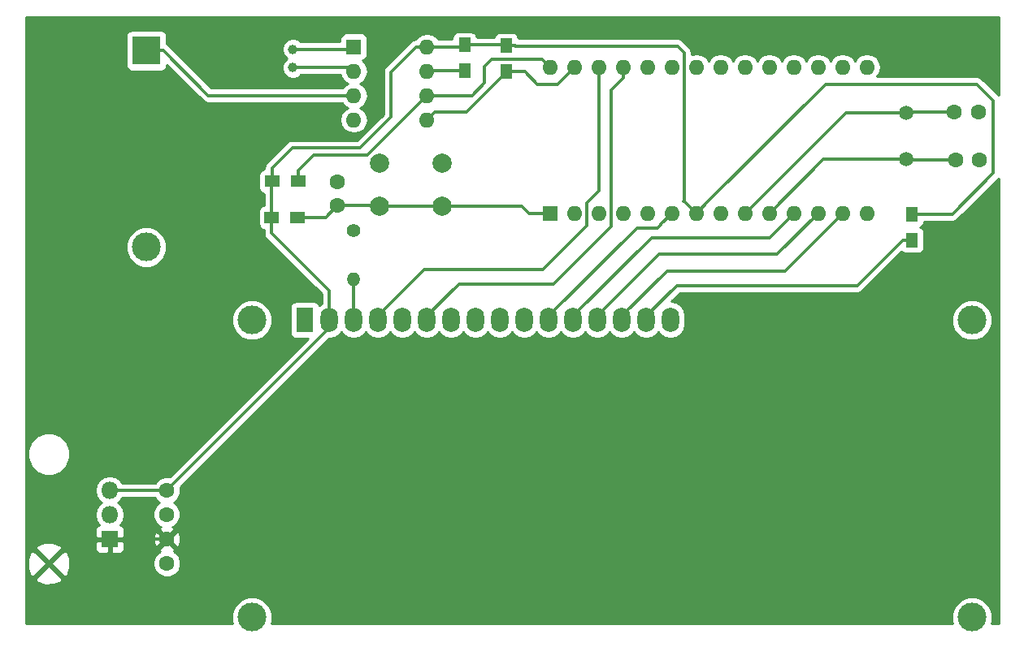
<source format=gbr>
G04 #@! TF.FileFunction,Copper,L1,Top,Signal*
%FSLAX46Y46*%
G04 Gerber Fmt 4.6, Leading zero omitted, Abs format (unit mm)*
G04 Created by KiCad (PCBNEW 4.0.7) date 06/07/18 19:04:20*
%MOMM*%
%LPD*%
G01*
G04 APERTURE LIST*
%ADD10C,0.100000*%
%ADD11R,1.800000X2.600000*%
%ADD12O,1.800000X2.600000*%
%ADD13C,3.000000*%
%ADD14C,1.600000*%
%ADD15R,1.600000X1.600000*%
%ADD16O,1.600000X1.600000*%
%ADD17C,1.500000*%
%ADD18R,3.000000X3.000000*%
%ADD19R,1.500000X1.300000*%
%ADD20R,1.300000X1.500000*%
%ADD21C,2.000000*%
%ADD22R,1.800000X1.800000*%
%ADD23O,1.800000X1.800000*%
%ADD24C,1.000000*%
%ADD25C,1.400000*%
%ADD26O,1.400000X1.400000*%
%ADD27C,0.300387*%
%ADD28C,0.254000*%
G04 APERTURE END LIST*
D10*
D11*
X111760000Y-101600000D03*
D12*
X114300000Y-101600000D03*
X116840000Y-101600000D03*
X119380000Y-101600000D03*
X121920000Y-101600000D03*
X124460000Y-101600000D03*
X127000000Y-101600000D03*
X129540000Y-101600000D03*
X132080000Y-101600000D03*
X134620000Y-101600000D03*
X137160000Y-101600000D03*
X139700000Y-101600000D03*
X142240000Y-101600000D03*
X144780000Y-101600000D03*
X147320000Y-101600000D03*
X149860000Y-101600000D03*
D13*
X106260900Y-101600000D03*
X106260900Y-132600700D03*
X181259480Y-132600700D03*
X181260000Y-101600000D03*
D14*
X97360000Y-119380000D03*
X97360000Y-121880000D03*
D15*
X137300000Y-90480000D03*
D16*
X170320000Y-75240000D03*
X139840000Y-90480000D03*
X167780000Y-75240000D03*
X142380000Y-90480000D03*
X165240000Y-75240000D03*
X144920000Y-90480000D03*
X162700000Y-75240000D03*
X147460000Y-90480000D03*
X160160000Y-75240000D03*
X150000000Y-90480000D03*
X157620000Y-75240000D03*
X152540000Y-90480000D03*
X155080000Y-75240000D03*
X155080000Y-90480000D03*
X152540000Y-75240000D03*
X157620000Y-90480000D03*
X150000000Y-75240000D03*
X160160000Y-90480000D03*
X147460000Y-75240000D03*
X162700000Y-90480000D03*
X144920000Y-75240000D03*
X165240000Y-90480000D03*
X142380000Y-75240000D03*
X167780000Y-90480000D03*
X139840000Y-75240000D03*
X170320000Y-90480000D03*
X137300000Y-75240000D03*
D17*
X174405086Y-84858936D03*
X174405086Y-79978936D03*
D13*
X95250000Y-94000000D03*
D18*
X95250000Y-73510000D03*
D19*
X108330000Y-90920000D03*
X111030000Y-90920000D03*
X108350000Y-87150000D03*
X111050000Y-87150000D03*
D20*
X132720000Y-73000000D03*
X132720000Y-75700000D03*
X128400000Y-72920000D03*
X128400000Y-75620000D03*
D21*
X119540000Y-89710000D03*
X119540000Y-85210000D03*
X126040000Y-89710000D03*
X126040000Y-85210000D03*
D22*
X91440000Y-124460000D03*
D23*
X91440000Y-121920000D03*
X91440000Y-119380000D03*
D15*
X116870000Y-73100000D03*
D16*
X124490000Y-80720000D03*
X116870000Y-75640000D03*
X124490000Y-78180000D03*
X116870000Y-78180000D03*
X124490000Y-75640000D03*
X116870000Y-80720000D03*
X124490000Y-73100000D03*
D24*
X110510000Y-73370000D03*
X110510000Y-75270000D03*
D14*
X115160000Y-89680000D03*
X115160000Y-87180000D03*
X97400000Y-124480000D03*
X97400000Y-126980000D03*
X181920000Y-79940000D03*
X179420000Y-79940000D03*
X182060000Y-84910000D03*
X179560000Y-84910000D03*
D25*
X116840000Y-92240000D03*
D26*
X116840000Y-97320000D03*
D20*
X175000000Y-90550000D03*
X175000000Y-93250000D03*
D27*
X95250000Y-73510000D02*
X97050387Y-73510000D01*
X97050387Y-73510000D02*
X101720387Y-78180000D01*
X115738630Y-78180000D02*
X116870000Y-78180000D01*
X101720387Y-78180000D02*
X115738630Y-78180000D01*
X134370000Y-89710000D02*
X135140000Y-90480000D01*
X135140000Y-90480000D02*
X137300000Y-90480000D01*
X126040000Y-89710000D02*
X134370000Y-89710000D01*
X119540000Y-89710000D02*
X126040000Y-89710000D01*
X115160000Y-89680000D02*
X119510000Y-89680000D01*
X119510000Y-89680000D02*
X119540000Y-89710000D01*
X111030000Y-90920000D02*
X113920000Y-90920000D01*
X113920000Y-90920000D02*
X115160000Y-89680000D01*
X91440000Y-124460000D02*
X97380000Y-124460000D01*
X97380000Y-124460000D02*
X97400000Y-124480000D01*
X85090000Y-127000000D02*
X87630000Y-124460000D01*
X87630000Y-124460000D02*
X91440000Y-124460000D01*
X168750000Y-77000000D02*
X169750000Y-77000000D01*
X169750000Y-77000000D02*
X181750000Y-77000000D01*
X153690195Y-89309805D02*
X166000000Y-77000000D01*
X166000000Y-77000000D02*
X169750000Y-77000000D01*
X153690195Y-89329805D02*
X153690195Y-89309805D01*
X152540000Y-90480000D02*
X153690195Y-89329805D01*
X183500000Y-86250000D02*
X179200000Y-90550000D01*
X181750000Y-77000000D02*
X183500000Y-78750000D01*
X183500000Y-78750000D02*
X183500000Y-86250000D01*
X179200000Y-90550000D02*
X175000000Y-90550000D01*
X151250000Y-89210000D02*
X151270000Y-89210000D01*
X151270000Y-89210000D02*
X152540000Y-90480000D01*
X151260000Y-86000000D02*
X151260000Y-86170000D01*
X151260000Y-73710000D02*
X151260000Y-86000000D01*
X151260000Y-86000000D02*
X151260000Y-89200000D01*
X151260000Y-89200000D02*
X151250000Y-89210000D01*
X150580000Y-73030000D02*
X151260000Y-73710000D01*
X133700387Y-73030000D02*
X150580000Y-73030000D01*
X132720000Y-73000000D02*
X133670387Y-73000000D01*
X133670387Y-73000000D02*
X133700387Y-73030000D01*
X128400000Y-72920000D02*
X132640000Y-72920000D01*
X132640000Y-72920000D02*
X132720000Y-73000000D01*
X124490000Y-73100000D02*
X128220000Y-73100000D01*
X128220000Y-73100000D02*
X128400000Y-72920000D01*
X110450000Y-83640000D02*
X108350000Y-85740000D01*
X108350000Y-85740000D02*
X108350000Y-87150000D01*
X117540000Y-83640000D02*
X110450000Y-83640000D01*
X120730000Y-80450000D02*
X117540000Y-83640000D01*
X120730000Y-75728630D02*
X120730000Y-80450000D01*
X124490000Y-73100000D02*
X123358630Y-73100000D01*
X123358630Y-73100000D02*
X120730000Y-75728630D01*
X108330000Y-90920000D02*
X108330000Y-87170000D01*
X108330000Y-87170000D02*
X108350000Y-87150000D01*
X108290000Y-92560000D02*
X108330000Y-92520000D01*
X108330000Y-92520000D02*
X108330000Y-90920000D01*
X114300000Y-98570000D02*
X108290000Y-92560000D01*
X114300000Y-101600000D02*
X114300000Y-98570000D01*
X97360000Y-119380000D02*
X114300000Y-102440000D01*
X114300000Y-102440000D02*
X114300000Y-101600000D01*
X91440000Y-119380000D02*
X97360000Y-119380000D01*
X173333362Y-79990000D02*
X168110000Y-79990000D01*
X168110000Y-79990000D02*
X157620000Y-90480000D01*
X174405086Y-79978936D02*
X173344426Y-79978936D01*
X173344426Y-79978936D02*
X173333362Y-79990000D01*
X179420000Y-79940000D02*
X174444022Y-79940000D01*
X174444022Y-79940000D02*
X174405086Y-79978936D01*
X173343362Y-84860000D02*
X165780000Y-84860000D01*
X165780000Y-84860000D02*
X160160000Y-90480000D01*
X174405086Y-84858936D02*
X173344426Y-84858936D01*
X173344426Y-84858936D02*
X173343362Y-84860000D01*
X179560000Y-84910000D02*
X174456150Y-84910000D01*
X174456150Y-84910000D02*
X174405086Y-84858936D01*
X116840000Y-101600000D02*
X116840000Y-99999613D01*
X116840000Y-99999613D02*
X116840000Y-97320000D01*
X142380000Y-75240000D02*
X142380000Y-88100000D01*
X142380000Y-88100000D02*
X141100000Y-89380000D01*
X141100000Y-89380000D02*
X141100000Y-91780000D01*
X141100000Y-91780000D02*
X136530000Y-96350000D01*
X136530000Y-96350000D02*
X124230000Y-96350000D01*
X124230000Y-96350000D02*
X119380000Y-101200000D01*
X119380000Y-101200000D02*
X119380000Y-101600000D01*
X144920000Y-75240000D02*
X144920000Y-76371370D01*
X124460000Y-101200000D02*
X124460000Y-101600000D01*
X144920000Y-76371370D02*
X143650000Y-77641370D01*
X143650000Y-77641370D02*
X143650000Y-91860000D01*
X143650000Y-91860000D02*
X137680000Y-97830000D01*
X137680000Y-97830000D02*
X127830000Y-97830000D01*
X127830000Y-97830000D02*
X124460000Y-101200000D01*
X148500000Y-92000000D02*
X146360000Y-92000000D01*
X146360000Y-92000000D02*
X137160000Y-101200000D01*
X137160000Y-101200000D02*
X137160000Y-101600000D01*
X148849805Y-91650195D02*
X148500000Y-92000000D01*
X150000000Y-90480000D02*
X148849805Y-91630195D01*
X148849805Y-91630195D02*
X148849805Y-91650195D01*
X160180000Y-93000000D02*
X147900000Y-93000000D01*
X147900000Y-93000000D02*
X139700000Y-101200000D01*
X139700000Y-101200000D02*
X139700000Y-101600000D01*
X162700000Y-90480000D02*
X160180000Y-93000000D01*
X160970000Y-94750000D02*
X148690000Y-94750000D01*
X142240000Y-101200000D02*
X142240000Y-101600000D01*
X148690000Y-94750000D02*
X142240000Y-101200000D01*
X165240000Y-90480000D02*
X160970000Y-94750000D01*
X161760000Y-96500000D02*
X149480000Y-96500000D01*
X149480000Y-96500000D02*
X144780000Y-101200000D01*
X144780000Y-101200000D02*
X144780000Y-101600000D01*
X167780000Y-90480000D02*
X161760000Y-96500000D01*
X169299613Y-98000000D02*
X150520000Y-98000000D01*
X150520000Y-98000000D02*
X147320000Y-101200000D01*
X147320000Y-101200000D02*
X147320000Y-101600000D01*
X175000000Y-93250000D02*
X174049613Y-93250000D01*
X174049613Y-93250000D02*
X169299613Y-98000000D01*
X131250000Y-74420000D02*
X136480000Y-74420000D01*
X136480000Y-74420000D02*
X137300000Y-75240000D01*
X130480000Y-75190000D02*
X131250000Y-74420000D01*
X130480000Y-76860000D02*
X130480000Y-75190000D01*
X129160000Y-78180000D02*
X130480000Y-76860000D01*
X124490000Y-78180000D02*
X129160000Y-78180000D01*
X112730000Y-84370000D02*
X111050000Y-86050000D01*
X111050000Y-86050000D02*
X111050000Y-87150000D01*
X118290000Y-84370000D02*
X112730000Y-84370000D01*
X123680001Y-78979999D02*
X118290000Y-84370000D01*
X124490000Y-78180000D02*
X123690001Y-78979999D01*
X123690001Y-78979999D02*
X123680001Y-78979999D01*
X139840000Y-75240000D02*
X138080000Y-77000000D01*
X138080000Y-77000000D02*
X136000000Y-77000000D01*
X136000000Y-77000000D02*
X134700000Y-75700000D01*
X134700000Y-75700000D02*
X132720000Y-75700000D01*
X124490000Y-80720000D02*
X125289999Y-79920001D01*
X125289999Y-79920001D02*
X128599999Y-79920001D01*
X128599999Y-79920001D02*
X132720000Y-75800000D01*
X128400000Y-75620000D02*
X124510000Y-75620000D01*
X124510000Y-75620000D02*
X124490000Y-75640000D01*
X110510000Y-73370000D02*
X116600000Y-73370000D01*
X116600000Y-73370000D02*
X116870000Y-73100000D01*
X110510000Y-75270000D02*
X116500000Y-75270000D01*
X116500000Y-75270000D02*
X116870000Y-75640000D01*
D28*
G36*
X184023000Y-78162570D02*
X182305215Y-76444785D01*
X182050481Y-76274576D01*
X181750000Y-76214807D01*
X171380137Y-76214807D01*
X171645767Y-75817264D01*
X171755000Y-75268113D01*
X171755000Y-75211887D01*
X171645767Y-74662736D01*
X171334698Y-74197189D01*
X170869151Y-73886120D01*
X170320000Y-73776887D01*
X169770849Y-73886120D01*
X169305302Y-74197189D01*
X169050000Y-74579275D01*
X168794698Y-74197189D01*
X168329151Y-73886120D01*
X167780000Y-73776887D01*
X167230849Y-73886120D01*
X166765302Y-74197189D01*
X166510000Y-74579275D01*
X166254698Y-74197189D01*
X165789151Y-73886120D01*
X165240000Y-73776887D01*
X164690849Y-73886120D01*
X164225302Y-74197189D01*
X163970000Y-74579275D01*
X163714698Y-74197189D01*
X163249151Y-73886120D01*
X162700000Y-73776887D01*
X162150849Y-73886120D01*
X161685302Y-74197189D01*
X161430000Y-74579275D01*
X161174698Y-74197189D01*
X160709151Y-73886120D01*
X160160000Y-73776887D01*
X159610849Y-73886120D01*
X159145302Y-74197189D01*
X158890000Y-74579275D01*
X158634698Y-74197189D01*
X158169151Y-73886120D01*
X157620000Y-73776887D01*
X157070849Y-73886120D01*
X156605302Y-74197189D01*
X156350000Y-74579275D01*
X156094698Y-74197189D01*
X155629151Y-73886120D01*
X155080000Y-73776887D01*
X154530849Y-73886120D01*
X154065302Y-74197189D01*
X153810000Y-74579275D01*
X153554698Y-74197189D01*
X153089151Y-73886120D01*
X152540000Y-73776887D01*
X152045193Y-73875310D01*
X152045193Y-73710000D01*
X151985424Y-73409520D01*
X151985424Y-73409519D01*
X151815215Y-73154785D01*
X151135215Y-72474785D01*
X150880481Y-72304576D01*
X150580000Y-72244807D01*
X134016463Y-72244807D01*
X133973162Y-72014683D01*
X133834090Y-71798559D01*
X133621890Y-71653569D01*
X133370000Y-71602560D01*
X132070000Y-71602560D01*
X131834683Y-71646838D01*
X131618559Y-71785910D01*
X131473569Y-71998110D01*
X131445887Y-72134807D01*
X129690818Y-72134807D01*
X129653162Y-71934683D01*
X129514090Y-71718559D01*
X129301890Y-71573569D01*
X129050000Y-71522560D01*
X127750000Y-71522560D01*
X127514683Y-71566838D01*
X127298559Y-71705910D01*
X127153569Y-71918110D01*
X127102560Y-72170000D01*
X127102560Y-72314807D01*
X125686162Y-72314807D01*
X125532811Y-72085302D01*
X125067264Y-71774233D01*
X124518113Y-71665000D01*
X124461887Y-71665000D01*
X123912736Y-71774233D01*
X123447189Y-72085302D01*
X123283907Y-72329670D01*
X123108002Y-72364660D01*
X123058149Y-72374576D01*
X122803415Y-72544785D01*
X120174785Y-75173415D01*
X120004576Y-75428149D01*
X119950909Y-75697954D01*
X119944807Y-75728630D01*
X119944807Y-80124763D01*
X117214763Y-82854807D01*
X110450000Y-82854807D01*
X110149520Y-82914576D01*
X110149518Y-82914577D01*
X110149519Y-82914577D01*
X109894784Y-83084785D01*
X107794785Y-85184785D01*
X107624576Y-85439519D01*
X107605256Y-85536648D01*
X107564807Y-85740000D01*
X107564807Y-85859182D01*
X107364683Y-85896838D01*
X107148559Y-86035910D01*
X107003569Y-86248110D01*
X106952560Y-86500000D01*
X106952560Y-87800000D01*
X106996838Y-88035317D01*
X107135910Y-88251441D01*
X107348110Y-88396431D01*
X107544807Y-88436263D01*
X107544807Y-89629182D01*
X107344683Y-89666838D01*
X107128559Y-89805910D01*
X106983569Y-90018110D01*
X106932560Y-90270000D01*
X106932560Y-91570000D01*
X106976838Y-91805317D01*
X107115910Y-92021441D01*
X107328110Y-92166431D01*
X107544807Y-92210313D01*
X107544807Y-92358905D01*
X107504807Y-92560000D01*
X107564576Y-92860481D01*
X107734785Y-93115215D01*
X113514807Y-98895238D01*
X113514807Y-99876084D01*
X113253957Y-100050378D01*
X113124090Y-99848559D01*
X112911890Y-99703569D01*
X112660000Y-99652560D01*
X110860000Y-99652560D01*
X110624683Y-99696838D01*
X110408559Y-99835910D01*
X110263569Y-100048110D01*
X110212560Y-100300000D01*
X110212560Y-102900000D01*
X110256838Y-103135317D01*
X110395910Y-103351441D01*
X110608110Y-103496431D01*
X110860000Y-103547440D01*
X112082130Y-103547440D01*
X97673279Y-117956291D01*
X97646691Y-117945250D01*
X97075813Y-117944752D01*
X96548200Y-118162757D01*
X96144176Y-118566077D01*
X96132246Y-118594807D01*
X92746100Y-118594807D01*
X92525409Y-118264519D01*
X92027419Y-117931773D01*
X91440000Y-117814928D01*
X90852581Y-117931773D01*
X90354591Y-118264519D01*
X90021845Y-118762509D01*
X89905000Y-119349928D01*
X89905000Y-119410072D01*
X90021845Y-119997491D01*
X90354591Y-120495481D01*
X90585845Y-120650000D01*
X90354591Y-120804519D01*
X90021845Y-121302509D01*
X89905000Y-121889928D01*
X89905000Y-121950072D01*
X90021845Y-122537491D01*
X90309583Y-122968122D01*
X90180301Y-123021673D01*
X90001673Y-123200302D01*
X89905000Y-123433691D01*
X89905000Y-124174250D01*
X90063750Y-124333000D01*
X91313000Y-124333000D01*
X91313000Y-124313000D01*
X91567000Y-124313000D01*
X91567000Y-124333000D01*
X92816250Y-124333000D01*
X92886027Y-124263223D01*
X95953035Y-124263223D01*
X95980222Y-124833454D01*
X96146136Y-125234005D01*
X96392255Y-125308139D01*
X97220395Y-124480000D01*
X97579605Y-124480000D01*
X98407745Y-125308139D01*
X98653864Y-125234005D01*
X98846965Y-124696777D01*
X98819778Y-124126546D01*
X98653864Y-123725995D01*
X98407745Y-123651861D01*
X97579605Y-124480000D01*
X97220395Y-124480000D01*
X96392255Y-123651861D01*
X96146136Y-123725995D01*
X95953035Y-124263223D01*
X92886027Y-124263223D01*
X92975000Y-124174250D01*
X92975000Y-123433691D01*
X92878327Y-123200302D01*
X92699699Y-123021673D01*
X92570417Y-122968122D01*
X92858155Y-122537491D01*
X92975000Y-121950072D01*
X92975000Y-121889928D01*
X92858155Y-121302509D01*
X92525409Y-120804519D01*
X92294155Y-120650000D01*
X92525409Y-120495481D01*
X92746100Y-120165193D01*
X96131763Y-120165193D01*
X96142757Y-120191800D01*
X96546077Y-120595824D01*
X96627931Y-120629813D01*
X96548200Y-120662757D01*
X96144176Y-121066077D01*
X95925250Y-121593309D01*
X95924752Y-122164187D01*
X96142757Y-122691800D01*
X96546077Y-123095824D01*
X96753081Y-123181780D01*
X96645995Y-123226136D01*
X96571861Y-123472255D01*
X97400000Y-124300395D01*
X98228139Y-123472255D01*
X98154005Y-123226136D01*
X97996698Y-123169594D01*
X98171800Y-123097243D01*
X98575824Y-122693923D01*
X98794750Y-122166691D01*
X98795248Y-121595813D01*
X98577243Y-121068200D01*
X98173923Y-120664176D01*
X98092069Y-120630187D01*
X98171800Y-120597243D01*
X98575824Y-120193923D01*
X98794750Y-119666691D01*
X98795248Y-119095813D01*
X98783368Y-119067062D01*
X114281251Y-103569179D01*
X114300000Y-103572909D01*
X114887419Y-103456064D01*
X115385409Y-103123318D01*
X115570000Y-102847058D01*
X115754591Y-103123318D01*
X116252581Y-103456064D01*
X116840000Y-103572909D01*
X117427419Y-103456064D01*
X117925409Y-103123318D01*
X118110000Y-102847058D01*
X118294591Y-103123318D01*
X118792581Y-103456064D01*
X119380000Y-103572909D01*
X119967419Y-103456064D01*
X120465409Y-103123318D01*
X120650000Y-102847058D01*
X120834591Y-103123318D01*
X121332581Y-103456064D01*
X121920000Y-103572909D01*
X122507419Y-103456064D01*
X123005409Y-103123318D01*
X123190000Y-102847058D01*
X123374591Y-103123318D01*
X123872581Y-103456064D01*
X124460000Y-103572909D01*
X125047419Y-103456064D01*
X125545409Y-103123318D01*
X125730000Y-102847058D01*
X125914591Y-103123318D01*
X126412581Y-103456064D01*
X127000000Y-103572909D01*
X127587419Y-103456064D01*
X128085409Y-103123318D01*
X128270000Y-102847058D01*
X128454591Y-103123318D01*
X128952581Y-103456064D01*
X129540000Y-103572909D01*
X130127419Y-103456064D01*
X130625409Y-103123318D01*
X130810000Y-102847058D01*
X130994591Y-103123318D01*
X131492581Y-103456064D01*
X132080000Y-103572909D01*
X132667419Y-103456064D01*
X133165409Y-103123318D01*
X133350000Y-102847058D01*
X133534591Y-103123318D01*
X134032581Y-103456064D01*
X134620000Y-103572909D01*
X135207419Y-103456064D01*
X135705409Y-103123318D01*
X135890000Y-102847058D01*
X136074591Y-103123318D01*
X136572581Y-103456064D01*
X137160000Y-103572909D01*
X137747419Y-103456064D01*
X138245409Y-103123318D01*
X138430000Y-102847058D01*
X138614591Y-103123318D01*
X139112581Y-103456064D01*
X139700000Y-103572909D01*
X140287419Y-103456064D01*
X140785409Y-103123318D01*
X140970000Y-102847058D01*
X141154591Y-103123318D01*
X141652581Y-103456064D01*
X142240000Y-103572909D01*
X142827419Y-103456064D01*
X143325409Y-103123318D01*
X143510000Y-102847058D01*
X143694591Y-103123318D01*
X144192581Y-103456064D01*
X144780000Y-103572909D01*
X145367419Y-103456064D01*
X145865409Y-103123318D01*
X146050000Y-102847058D01*
X146234591Y-103123318D01*
X146732581Y-103456064D01*
X147320000Y-103572909D01*
X147907419Y-103456064D01*
X148405409Y-103123318D01*
X148590000Y-102847058D01*
X148774591Y-103123318D01*
X149272581Y-103456064D01*
X149860000Y-103572909D01*
X150447419Y-103456064D01*
X150945409Y-103123318D01*
X151278155Y-102625328D01*
X151395000Y-102037909D01*
X151395000Y-102022815D01*
X179124630Y-102022815D01*
X179448980Y-102807800D01*
X180049041Y-103408909D01*
X180833459Y-103734628D01*
X181682815Y-103735370D01*
X182467800Y-103411020D01*
X183068909Y-102810959D01*
X183394628Y-102026541D01*
X183395370Y-101177185D01*
X183071020Y-100392200D01*
X182470959Y-99791091D01*
X181686541Y-99465372D01*
X180837185Y-99464630D01*
X180052200Y-99788980D01*
X179451091Y-100389041D01*
X179125372Y-101173459D01*
X179124630Y-102022815D01*
X151395000Y-102022815D01*
X151395000Y-101162091D01*
X151278155Y-100574672D01*
X150945409Y-100076682D01*
X150447419Y-99743936D01*
X149979558Y-99650873D01*
X150845238Y-98785193D01*
X169299613Y-98785193D01*
X169600094Y-98725424D01*
X169854828Y-98555215D01*
X173929095Y-94480948D01*
X174098110Y-94596431D01*
X174350000Y-94647440D01*
X175650000Y-94647440D01*
X175885317Y-94603162D01*
X176101441Y-94464090D01*
X176246431Y-94251890D01*
X176297440Y-94000000D01*
X176297440Y-92500000D01*
X176253162Y-92264683D01*
X176114090Y-92048559D01*
X175901890Y-91903569D01*
X175888803Y-91900919D01*
X176101441Y-91764090D01*
X176246431Y-91551890D01*
X176290313Y-91335193D01*
X179200000Y-91335193D01*
X179500481Y-91275424D01*
X179755215Y-91105215D01*
X184023000Y-86837431D01*
X184023000Y-133223000D01*
X183312822Y-133223000D01*
X183394108Y-133027241D01*
X183394850Y-132177885D01*
X183070500Y-131392900D01*
X182470439Y-130791791D01*
X181686021Y-130466072D01*
X180836665Y-130465330D01*
X180051680Y-130789680D01*
X179450571Y-131389741D01*
X179124852Y-132174159D01*
X179124110Y-133023515D01*
X179206536Y-133223000D01*
X108314242Y-133223000D01*
X108395528Y-133027241D01*
X108396270Y-132177885D01*
X108071920Y-131392900D01*
X107471859Y-130791791D01*
X106687441Y-130466072D01*
X105838085Y-130465330D01*
X105053100Y-130789680D01*
X104451991Y-131389741D01*
X104126272Y-132174159D01*
X104125530Y-133023515D01*
X104207956Y-133223000D01*
X82677000Y-133223000D01*
X82677000Y-128586202D01*
X83683403Y-128586202D01*
X83855390Y-128915360D01*
X84682346Y-129242026D01*
X85571363Y-129227365D01*
X86324610Y-128915360D01*
X86496597Y-128586202D01*
X85090000Y-127179605D01*
X83683403Y-128586202D01*
X82677000Y-128586202D01*
X82677000Y-126592346D01*
X82847974Y-126592346D01*
X82862635Y-127481363D01*
X83174640Y-128234610D01*
X83503798Y-128406597D01*
X84910395Y-127000000D01*
X85269605Y-127000000D01*
X86676202Y-128406597D01*
X87005360Y-128234610D01*
X87332026Y-127407654D01*
X87329661Y-127264187D01*
X95964752Y-127264187D01*
X96182757Y-127791800D01*
X96586077Y-128195824D01*
X97113309Y-128414750D01*
X97684187Y-128415248D01*
X98211800Y-128197243D01*
X98615824Y-127793923D01*
X98834750Y-127266691D01*
X98835248Y-126695813D01*
X98617243Y-126168200D01*
X98213923Y-125764176D01*
X98147456Y-125736577D01*
X98154005Y-125733864D01*
X98228139Y-125487745D01*
X97400000Y-124659605D01*
X96571861Y-125487745D01*
X96645995Y-125733864D01*
X96652483Y-125736196D01*
X96588200Y-125762757D01*
X96184176Y-126166077D01*
X95965250Y-126693309D01*
X95964752Y-127264187D01*
X87329661Y-127264187D01*
X87317365Y-126518637D01*
X87005360Y-125765390D01*
X86676202Y-125593403D01*
X85269605Y-127000000D01*
X84910395Y-127000000D01*
X83503798Y-125593403D01*
X83174640Y-125765390D01*
X82847974Y-126592346D01*
X82677000Y-126592346D01*
X82677000Y-125413798D01*
X83683403Y-125413798D01*
X85090000Y-126820395D01*
X86496597Y-125413798D01*
X86324610Y-125084640D01*
X85497654Y-124757974D01*
X84608637Y-124772635D01*
X83855390Y-125084640D01*
X83683403Y-125413798D01*
X82677000Y-125413798D01*
X82677000Y-124745750D01*
X89905000Y-124745750D01*
X89905000Y-125486309D01*
X90001673Y-125719698D01*
X90180301Y-125898327D01*
X90413690Y-125995000D01*
X91154250Y-125995000D01*
X91313000Y-125836250D01*
X91313000Y-124587000D01*
X91567000Y-124587000D01*
X91567000Y-125836250D01*
X91725750Y-125995000D01*
X92466310Y-125995000D01*
X92699699Y-125898327D01*
X92878327Y-125719698D01*
X92975000Y-125486309D01*
X92975000Y-124745750D01*
X92816250Y-124587000D01*
X91567000Y-124587000D01*
X91313000Y-124587000D01*
X90063750Y-124587000D01*
X89905000Y-124745750D01*
X82677000Y-124745750D01*
X82677000Y-116012619D01*
X82854613Y-116012619D01*
X83194155Y-116834372D01*
X83822321Y-117463636D01*
X84643481Y-117804611D01*
X85532619Y-117805387D01*
X86354372Y-117465845D01*
X86983636Y-116837679D01*
X87324611Y-116016519D01*
X87325387Y-115127381D01*
X86985845Y-114305628D01*
X86357679Y-113676364D01*
X85536519Y-113335389D01*
X84647381Y-113334613D01*
X83825628Y-113674155D01*
X83196364Y-114302321D01*
X82855389Y-115123481D01*
X82854613Y-116012619D01*
X82677000Y-116012619D01*
X82677000Y-102022815D01*
X104125530Y-102022815D01*
X104449880Y-102807800D01*
X105049941Y-103408909D01*
X105834359Y-103734628D01*
X106683715Y-103735370D01*
X107468700Y-103411020D01*
X108069809Y-102810959D01*
X108395528Y-102026541D01*
X108396270Y-101177185D01*
X108071920Y-100392200D01*
X107471859Y-99791091D01*
X106687441Y-99465372D01*
X105838085Y-99464630D01*
X105053100Y-99788980D01*
X104451991Y-100389041D01*
X104126272Y-101173459D01*
X104125530Y-102022815D01*
X82677000Y-102022815D01*
X82677000Y-94422815D01*
X93114630Y-94422815D01*
X93438980Y-95207800D01*
X94039041Y-95808909D01*
X94823459Y-96134628D01*
X95672815Y-96135370D01*
X96457800Y-95811020D01*
X97058909Y-95210959D01*
X97384628Y-94426541D01*
X97385370Y-93577185D01*
X97061020Y-92792200D01*
X96460959Y-92191091D01*
X95676541Y-91865372D01*
X94827185Y-91864630D01*
X94042200Y-92188980D01*
X93441091Y-92789041D01*
X93115372Y-93573459D01*
X93114630Y-94422815D01*
X82677000Y-94422815D01*
X82677000Y-72010000D01*
X93102560Y-72010000D01*
X93102560Y-75010000D01*
X93146838Y-75245317D01*
X93285910Y-75461441D01*
X93498110Y-75606431D01*
X93750000Y-75657440D01*
X96750000Y-75657440D01*
X96985317Y-75613162D01*
X97201441Y-75474090D01*
X97346431Y-75261890D01*
X97397440Y-75010000D01*
X97397440Y-74967483D01*
X101165171Y-78735215D01*
X101270323Y-78805475D01*
X101419907Y-78905424D01*
X101720387Y-78965193D01*
X115673838Y-78965193D01*
X115827189Y-79194698D01*
X116209275Y-79450000D01*
X115827189Y-79705302D01*
X115516120Y-80170849D01*
X115406887Y-80720000D01*
X115516120Y-81269151D01*
X115827189Y-81734698D01*
X116292736Y-82045767D01*
X116841887Y-82155000D01*
X116898113Y-82155000D01*
X117447264Y-82045767D01*
X117912811Y-81734698D01*
X118223880Y-81269151D01*
X118333113Y-80720000D01*
X118223880Y-80170849D01*
X117912811Y-79705302D01*
X117530725Y-79450000D01*
X117912811Y-79194698D01*
X118223880Y-78729151D01*
X118333113Y-78180000D01*
X118223880Y-77630849D01*
X117912811Y-77165302D01*
X117530725Y-76910000D01*
X117912811Y-76654698D01*
X118223880Y-76189151D01*
X118333113Y-75640000D01*
X118223880Y-75090849D01*
X117912811Y-74625302D01*
X117768535Y-74528899D01*
X117905317Y-74503162D01*
X118121441Y-74364090D01*
X118266431Y-74151890D01*
X118317440Y-73900000D01*
X118317440Y-72300000D01*
X118273162Y-72064683D01*
X118134090Y-71848559D01*
X117921890Y-71703569D01*
X117670000Y-71652560D01*
X116070000Y-71652560D01*
X115834683Y-71696838D01*
X115618559Y-71835910D01*
X115473569Y-72048110D01*
X115422560Y-72300000D01*
X115422560Y-72584807D01*
X111329909Y-72584807D01*
X111153765Y-72408355D01*
X110736756Y-72235197D01*
X110285225Y-72234803D01*
X109867914Y-72407233D01*
X109548355Y-72726235D01*
X109375197Y-73143244D01*
X109374803Y-73594775D01*
X109547233Y-74012086D01*
X109854867Y-74320257D01*
X109548355Y-74626235D01*
X109375197Y-75043244D01*
X109374803Y-75494775D01*
X109547233Y-75912086D01*
X109866235Y-76231645D01*
X110283244Y-76404803D01*
X110734775Y-76405197D01*
X111152086Y-76232767D01*
X111329970Y-76055193D01*
X115489474Y-76055193D01*
X115516120Y-76189151D01*
X115827189Y-76654698D01*
X116209275Y-76910000D01*
X115827189Y-77165302D01*
X115673838Y-77394807D01*
X102045625Y-77394807D01*
X97605602Y-72954785D01*
X97397440Y-72815695D01*
X97397440Y-72010000D01*
X97353162Y-71774683D01*
X97214090Y-71558559D01*
X97001890Y-71413569D01*
X96750000Y-71362560D01*
X93750000Y-71362560D01*
X93514683Y-71406838D01*
X93298559Y-71545910D01*
X93153569Y-71758110D01*
X93102560Y-72010000D01*
X82677000Y-72010000D01*
X82677000Y-69977000D01*
X184023000Y-69977000D01*
X184023000Y-78162570D01*
X184023000Y-78162570D01*
G37*
X184023000Y-78162570D02*
X182305215Y-76444785D01*
X182050481Y-76274576D01*
X181750000Y-76214807D01*
X171380137Y-76214807D01*
X171645767Y-75817264D01*
X171755000Y-75268113D01*
X171755000Y-75211887D01*
X171645767Y-74662736D01*
X171334698Y-74197189D01*
X170869151Y-73886120D01*
X170320000Y-73776887D01*
X169770849Y-73886120D01*
X169305302Y-74197189D01*
X169050000Y-74579275D01*
X168794698Y-74197189D01*
X168329151Y-73886120D01*
X167780000Y-73776887D01*
X167230849Y-73886120D01*
X166765302Y-74197189D01*
X166510000Y-74579275D01*
X166254698Y-74197189D01*
X165789151Y-73886120D01*
X165240000Y-73776887D01*
X164690849Y-73886120D01*
X164225302Y-74197189D01*
X163970000Y-74579275D01*
X163714698Y-74197189D01*
X163249151Y-73886120D01*
X162700000Y-73776887D01*
X162150849Y-73886120D01*
X161685302Y-74197189D01*
X161430000Y-74579275D01*
X161174698Y-74197189D01*
X160709151Y-73886120D01*
X160160000Y-73776887D01*
X159610849Y-73886120D01*
X159145302Y-74197189D01*
X158890000Y-74579275D01*
X158634698Y-74197189D01*
X158169151Y-73886120D01*
X157620000Y-73776887D01*
X157070849Y-73886120D01*
X156605302Y-74197189D01*
X156350000Y-74579275D01*
X156094698Y-74197189D01*
X155629151Y-73886120D01*
X155080000Y-73776887D01*
X154530849Y-73886120D01*
X154065302Y-74197189D01*
X153810000Y-74579275D01*
X153554698Y-74197189D01*
X153089151Y-73886120D01*
X152540000Y-73776887D01*
X152045193Y-73875310D01*
X152045193Y-73710000D01*
X151985424Y-73409520D01*
X151985424Y-73409519D01*
X151815215Y-73154785D01*
X151135215Y-72474785D01*
X150880481Y-72304576D01*
X150580000Y-72244807D01*
X134016463Y-72244807D01*
X133973162Y-72014683D01*
X133834090Y-71798559D01*
X133621890Y-71653569D01*
X133370000Y-71602560D01*
X132070000Y-71602560D01*
X131834683Y-71646838D01*
X131618559Y-71785910D01*
X131473569Y-71998110D01*
X131445887Y-72134807D01*
X129690818Y-72134807D01*
X129653162Y-71934683D01*
X129514090Y-71718559D01*
X129301890Y-71573569D01*
X129050000Y-71522560D01*
X127750000Y-71522560D01*
X127514683Y-71566838D01*
X127298559Y-71705910D01*
X127153569Y-71918110D01*
X127102560Y-72170000D01*
X127102560Y-72314807D01*
X125686162Y-72314807D01*
X125532811Y-72085302D01*
X125067264Y-71774233D01*
X124518113Y-71665000D01*
X124461887Y-71665000D01*
X123912736Y-71774233D01*
X123447189Y-72085302D01*
X123283907Y-72329670D01*
X123108002Y-72364660D01*
X123058149Y-72374576D01*
X122803415Y-72544785D01*
X120174785Y-75173415D01*
X120004576Y-75428149D01*
X119950909Y-75697954D01*
X119944807Y-75728630D01*
X119944807Y-80124763D01*
X117214763Y-82854807D01*
X110450000Y-82854807D01*
X110149520Y-82914576D01*
X110149518Y-82914577D01*
X110149519Y-82914577D01*
X109894784Y-83084785D01*
X107794785Y-85184785D01*
X107624576Y-85439519D01*
X107605256Y-85536648D01*
X107564807Y-85740000D01*
X107564807Y-85859182D01*
X107364683Y-85896838D01*
X107148559Y-86035910D01*
X107003569Y-86248110D01*
X106952560Y-86500000D01*
X106952560Y-87800000D01*
X106996838Y-88035317D01*
X107135910Y-88251441D01*
X107348110Y-88396431D01*
X107544807Y-88436263D01*
X107544807Y-89629182D01*
X107344683Y-89666838D01*
X107128559Y-89805910D01*
X106983569Y-90018110D01*
X106932560Y-90270000D01*
X106932560Y-91570000D01*
X106976838Y-91805317D01*
X107115910Y-92021441D01*
X107328110Y-92166431D01*
X107544807Y-92210313D01*
X107544807Y-92358905D01*
X107504807Y-92560000D01*
X107564576Y-92860481D01*
X107734785Y-93115215D01*
X113514807Y-98895238D01*
X113514807Y-99876084D01*
X113253957Y-100050378D01*
X113124090Y-99848559D01*
X112911890Y-99703569D01*
X112660000Y-99652560D01*
X110860000Y-99652560D01*
X110624683Y-99696838D01*
X110408559Y-99835910D01*
X110263569Y-100048110D01*
X110212560Y-100300000D01*
X110212560Y-102900000D01*
X110256838Y-103135317D01*
X110395910Y-103351441D01*
X110608110Y-103496431D01*
X110860000Y-103547440D01*
X112082130Y-103547440D01*
X97673279Y-117956291D01*
X97646691Y-117945250D01*
X97075813Y-117944752D01*
X96548200Y-118162757D01*
X96144176Y-118566077D01*
X96132246Y-118594807D01*
X92746100Y-118594807D01*
X92525409Y-118264519D01*
X92027419Y-117931773D01*
X91440000Y-117814928D01*
X90852581Y-117931773D01*
X90354591Y-118264519D01*
X90021845Y-118762509D01*
X89905000Y-119349928D01*
X89905000Y-119410072D01*
X90021845Y-119997491D01*
X90354591Y-120495481D01*
X90585845Y-120650000D01*
X90354591Y-120804519D01*
X90021845Y-121302509D01*
X89905000Y-121889928D01*
X89905000Y-121950072D01*
X90021845Y-122537491D01*
X90309583Y-122968122D01*
X90180301Y-123021673D01*
X90001673Y-123200302D01*
X89905000Y-123433691D01*
X89905000Y-124174250D01*
X90063750Y-124333000D01*
X91313000Y-124333000D01*
X91313000Y-124313000D01*
X91567000Y-124313000D01*
X91567000Y-124333000D01*
X92816250Y-124333000D01*
X92886027Y-124263223D01*
X95953035Y-124263223D01*
X95980222Y-124833454D01*
X96146136Y-125234005D01*
X96392255Y-125308139D01*
X97220395Y-124480000D01*
X97579605Y-124480000D01*
X98407745Y-125308139D01*
X98653864Y-125234005D01*
X98846965Y-124696777D01*
X98819778Y-124126546D01*
X98653864Y-123725995D01*
X98407745Y-123651861D01*
X97579605Y-124480000D01*
X97220395Y-124480000D01*
X96392255Y-123651861D01*
X96146136Y-123725995D01*
X95953035Y-124263223D01*
X92886027Y-124263223D01*
X92975000Y-124174250D01*
X92975000Y-123433691D01*
X92878327Y-123200302D01*
X92699699Y-123021673D01*
X92570417Y-122968122D01*
X92858155Y-122537491D01*
X92975000Y-121950072D01*
X92975000Y-121889928D01*
X92858155Y-121302509D01*
X92525409Y-120804519D01*
X92294155Y-120650000D01*
X92525409Y-120495481D01*
X92746100Y-120165193D01*
X96131763Y-120165193D01*
X96142757Y-120191800D01*
X96546077Y-120595824D01*
X96627931Y-120629813D01*
X96548200Y-120662757D01*
X96144176Y-121066077D01*
X95925250Y-121593309D01*
X95924752Y-122164187D01*
X96142757Y-122691800D01*
X96546077Y-123095824D01*
X96753081Y-123181780D01*
X96645995Y-123226136D01*
X96571861Y-123472255D01*
X97400000Y-124300395D01*
X98228139Y-123472255D01*
X98154005Y-123226136D01*
X97996698Y-123169594D01*
X98171800Y-123097243D01*
X98575824Y-122693923D01*
X98794750Y-122166691D01*
X98795248Y-121595813D01*
X98577243Y-121068200D01*
X98173923Y-120664176D01*
X98092069Y-120630187D01*
X98171800Y-120597243D01*
X98575824Y-120193923D01*
X98794750Y-119666691D01*
X98795248Y-119095813D01*
X98783368Y-119067062D01*
X114281251Y-103569179D01*
X114300000Y-103572909D01*
X114887419Y-103456064D01*
X115385409Y-103123318D01*
X115570000Y-102847058D01*
X115754591Y-103123318D01*
X116252581Y-103456064D01*
X116840000Y-103572909D01*
X117427419Y-103456064D01*
X117925409Y-103123318D01*
X118110000Y-102847058D01*
X118294591Y-103123318D01*
X118792581Y-103456064D01*
X119380000Y-103572909D01*
X119967419Y-103456064D01*
X120465409Y-103123318D01*
X120650000Y-102847058D01*
X120834591Y-103123318D01*
X121332581Y-103456064D01*
X121920000Y-103572909D01*
X122507419Y-103456064D01*
X123005409Y-103123318D01*
X123190000Y-102847058D01*
X123374591Y-103123318D01*
X123872581Y-103456064D01*
X124460000Y-103572909D01*
X125047419Y-103456064D01*
X125545409Y-103123318D01*
X125730000Y-102847058D01*
X125914591Y-103123318D01*
X126412581Y-103456064D01*
X127000000Y-103572909D01*
X127587419Y-103456064D01*
X128085409Y-103123318D01*
X128270000Y-102847058D01*
X128454591Y-103123318D01*
X128952581Y-103456064D01*
X129540000Y-103572909D01*
X130127419Y-103456064D01*
X130625409Y-103123318D01*
X130810000Y-102847058D01*
X130994591Y-103123318D01*
X131492581Y-103456064D01*
X132080000Y-103572909D01*
X132667419Y-103456064D01*
X133165409Y-103123318D01*
X133350000Y-102847058D01*
X133534591Y-103123318D01*
X134032581Y-103456064D01*
X134620000Y-103572909D01*
X135207419Y-103456064D01*
X135705409Y-103123318D01*
X135890000Y-102847058D01*
X136074591Y-103123318D01*
X136572581Y-103456064D01*
X137160000Y-103572909D01*
X137747419Y-103456064D01*
X138245409Y-103123318D01*
X138430000Y-102847058D01*
X138614591Y-103123318D01*
X139112581Y-103456064D01*
X139700000Y-103572909D01*
X140287419Y-103456064D01*
X140785409Y-103123318D01*
X140970000Y-102847058D01*
X141154591Y-103123318D01*
X141652581Y-103456064D01*
X142240000Y-103572909D01*
X142827419Y-103456064D01*
X143325409Y-103123318D01*
X143510000Y-102847058D01*
X143694591Y-103123318D01*
X144192581Y-103456064D01*
X144780000Y-103572909D01*
X145367419Y-103456064D01*
X145865409Y-103123318D01*
X146050000Y-102847058D01*
X146234591Y-103123318D01*
X146732581Y-103456064D01*
X147320000Y-103572909D01*
X147907419Y-103456064D01*
X148405409Y-103123318D01*
X148590000Y-102847058D01*
X148774591Y-103123318D01*
X149272581Y-103456064D01*
X149860000Y-103572909D01*
X150447419Y-103456064D01*
X150945409Y-103123318D01*
X151278155Y-102625328D01*
X151395000Y-102037909D01*
X151395000Y-102022815D01*
X179124630Y-102022815D01*
X179448980Y-102807800D01*
X180049041Y-103408909D01*
X180833459Y-103734628D01*
X181682815Y-103735370D01*
X182467800Y-103411020D01*
X183068909Y-102810959D01*
X183394628Y-102026541D01*
X183395370Y-101177185D01*
X183071020Y-100392200D01*
X182470959Y-99791091D01*
X181686541Y-99465372D01*
X180837185Y-99464630D01*
X180052200Y-99788980D01*
X179451091Y-100389041D01*
X179125372Y-101173459D01*
X179124630Y-102022815D01*
X151395000Y-102022815D01*
X151395000Y-101162091D01*
X151278155Y-100574672D01*
X150945409Y-100076682D01*
X150447419Y-99743936D01*
X149979558Y-99650873D01*
X150845238Y-98785193D01*
X169299613Y-98785193D01*
X169600094Y-98725424D01*
X169854828Y-98555215D01*
X173929095Y-94480948D01*
X174098110Y-94596431D01*
X174350000Y-94647440D01*
X175650000Y-94647440D01*
X175885317Y-94603162D01*
X176101441Y-94464090D01*
X176246431Y-94251890D01*
X176297440Y-94000000D01*
X176297440Y-92500000D01*
X176253162Y-92264683D01*
X176114090Y-92048559D01*
X175901890Y-91903569D01*
X175888803Y-91900919D01*
X176101441Y-91764090D01*
X176246431Y-91551890D01*
X176290313Y-91335193D01*
X179200000Y-91335193D01*
X179500481Y-91275424D01*
X179755215Y-91105215D01*
X184023000Y-86837431D01*
X184023000Y-133223000D01*
X183312822Y-133223000D01*
X183394108Y-133027241D01*
X183394850Y-132177885D01*
X183070500Y-131392900D01*
X182470439Y-130791791D01*
X181686021Y-130466072D01*
X180836665Y-130465330D01*
X180051680Y-130789680D01*
X179450571Y-131389741D01*
X179124852Y-132174159D01*
X179124110Y-133023515D01*
X179206536Y-133223000D01*
X108314242Y-133223000D01*
X108395528Y-133027241D01*
X108396270Y-132177885D01*
X108071920Y-131392900D01*
X107471859Y-130791791D01*
X106687441Y-130466072D01*
X105838085Y-130465330D01*
X105053100Y-130789680D01*
X104451991Y-131389741D01*
X104126272Y-132174159D01*
X104125530Y-133023515D01*
X104207956Y-133223000D01*
X82677000Y-133223000D01*
X82677000Y-128586202D01*
X83683403Y-128586202D01*
X83855390Y-128915360D01*
X84682346Y-129242026D01*
X85571363Y-129227365D01*
X86324610Y-128915360D01*
X86496597Y-128586202D01*
X85090000Y-127179605D01*
X83683403Y-128586202D01*
X82677000Y-128586202D01*
X82677000Y-126592346D01*
X82847974Y-126592346D01*
X82862635Y-127481363D01*
X83174640Y-128234610D01*
X83503798Y-128406597D01*
X84910395Y-127000000D01*
X85269605Y-127000000D01*
X86676202Y-128406597D01*
X87005360Y-128234610D01*
X87332026Y-127407654D01*
X87329661Y-127264187D01*
X95964752Y-127264187D01*
X96182757Y-127791800D01*
X96586077Y-128195824D01*
X97113309Y-128414750D01*
X97684187Y-128415248D01*
X98211800Y-128197243D01*
X98615824Y-127793923D01*
X98834750Y-127266691D01*
X98835248Y-126695813D01*
X98617243Y-126168200D01*
X98213923Y-125764176D01*
X98147456Y-125736577D01*
X98154005Y-125733864D01*
X98228139Y-125487745D01*
X97400000Y-124659605D01*
X96571861Y-125487745D01*
X96645995Y-125733864D01*
X96652483Y-125736196D01*
X96588200Y-125762757D01*
X96184176Y-126166077D01*
X95965250Y-126693309D01*
X95964752Y-127264187D01*
X87329661Y-127264187D01*
X87317365Y-126518637D01*
X87005360Y-125765390D01*
X86676202Y-125593403D01*
X85269605Y-127000000D01*
X84910395Y-127000000D01*
X83503798Y-125593403D01*
X83174640Y-125765390D01*
X82847974Y-126592346D01*
X82677000Y-126592346D01*
X82677000Y-125413798D01*
X83683403Y-125413798D01*
X85090000Y-126820395D01*
X86496597Y-125413798D01*
X86324610Y-125084640D01*
X85497654Y-124757974D01*
X84608637Y-124772635D01*
X83855390Y-125084640D01*
X83683403Y-125413798D01*
X82677000Y-125413798D01*
X82677000Y-124745750D01*
X89905000Y-124745750D01*
X89905000Y-125486309D01*
X90001673Y-125719698D01*
X90180301Y-125898327D01*
X90413690Y-125995000D01*
X91154250Y-125995000D01*
X91313000Y-125836250D01*
X91313000Y-124587000D01*
X91567000Y-124587000D01*
X91567000Y-125836250D01*
X91725750Y-125995000D01*
X92466310Y-125995000D01*
X92699699Y-125898327D01*
X92878327Y-125719698D01*
X92975000Y-125486309D01*
X92975000Y-124745750D01*
X92816250Y-124587000D01*
X91567000Y-124587000D01*
X91313000Y-124587000D01*
X90063750Y-124587000D01*
X89905000Y-124745750D01*
X82677000Y-124745750D01*
X82677000Y-116012619D01*
X82854613Y-116012619D01*
X83194155Y-116834372D01*
X83822321Y-117463636D01*
X84643481Y-117804611D01*
X85532619Y-117805387D01*
X86354372Y-117465845D01*
X86983636Y-116837679D01*
X87324611Y-116016519D01*
X87325387Y-115127381D01*
X86985845Y-114305628D01*
X86357679Y-113676364D01*
X85536519Y-113335389D01*
X84647381Y-113334613D01*
X83825628Y-113674155D01*
X83196364Y-114302321D01*
X82855389Y-115123481D01*
X82854613Y-116012619D01*
X82677000Y-116012619D01*
X82677000Y-102022815D01*
X104125530Y-102022815D01*
X104449880Y-102807800D01*
X105049941Y-103408909D01*
X105834359Y-103734628D01*
X106683715Y-103735370D01*
X107468700Y-103411020D01*
X108069809Y-102810959D01*
X108395528Y-102026541D01*
X108396270Y-101177185D01*
X108071920Y-100392200D01*
X107471859Y-99791091D01*
X106687441Y-99465372D01*
X105838085Y-99464630D01*
X105053100Y-99788980D01*
X104451991Y-100389041D01*
X104126272Y-101173459D01*
X104125530Y-102022815D01*
X82677000Y-102022815D01*
X82677000Y-94422815D01*
X93114630Y-94422815D01*
X93438980Y-95207800D01*
X94039041Y-95808909D01*
X94823459Y-96134628D01*
X95672815Y-96135370D01*
X96457800Y-95811020D01*
X97058909Y-95210959D01*
X97384628Y-94426541D01*
X97385370Y-93577185D01*
X97061020Y-92792200D01*
X96460959Y-92191091D01*
X95676541Y-91865372D01*
X94827185Y-91864630D01*
X94042200Y-92188980D01*
X93441091Y-92789041D01*
X93115372Y-93573459D01*
X93114630Y-94422815D01*
X82677000Y-94422815D01*
X82677000Y-72010000D01*
X93102560Y-72010000D01*
X93102560Y-75010000D01*
X93146838Y-75245317D01*
X93285910Y-75461441D01*
X93498110Y-75606431D01*
X93750000Y-75657440D01*
X96750000Y-75657440D01*
X96985317Y-75613162D01*
X97201441Y-75474090D01*
X97346431Y-75261890D01*
X97397440Y-75010000D01*
X97397440Y-74967483D01*
X101165171Y-78735215D01*
X101270323Y-78805475D01*
X101419907Y-78905424D01*
X101720387Y-78965193D01*
X115673838Y-78965193D01*
X115827189Y-79194698D01*
X116209275Y-79450000D01*
X115827189Y-79705302D01*
X115516120Y-80170849D01*
X115406887Y-80720000D01*
X115516120Y-81269151D01*
X115827189Y-81734698D01*
X116292736Y-82045767D01*
X116841887Y-82155000D01*
X116898113Y-82155000D01*
X117447264Y-82045767D01*
X117912811Y-81734698D01*
X118223880Y-81269151D01*
X118333113Y-80720000D01*
X118223880Y-80170849D01*
X117912811Y-79705302D01*
X117530725Y-79450000D01*
X117912811Y-79194698D01*
X118223880Y-78729151D01*
X118333113Y-78180000D01*
X118223880Y-77630849D01*
X117912811Y-77165302D01*
X117530725Y-76910000D01*
X117912811Y-76654698D01*
X118223880Y-76189151D01*
X118333113Y-75640000D01*
X118223880Y-75090849D01*
X117912811Y-74625302D01*
X117768535Y-74528899D01*
X117905317Y-74503162D01*
X118121441Y-74364090D01*
X118266431Y-74151890D01*
X118317440Y-73900000D01*
X118317440Y-72300000D01*
X118273162Y-72064683D01*
X118134090Y-71848559D01*
X117921890Y-71703569D01*
X117670000Y-71652560D01*
X116070000Y-71652560D01*
X115834683Y-71696838D01*
X115618559Y-71835910D01*
X115473569Y-72048110D01*
X115422560Y-72300000D01*
X115422560Y-72584807D01*
X111329909Y-72584807D01*
X111153765Y-72408355D01*
X110736756Y-72235197D01*
X110285225Y-72234803D01*
X109867914Y-72407233D01*
X109548355Y-72726235D01*
X109375197Y-73143244D01*
X109374803Y-73594775D01*
X109547233Y-74012086D01*
X109854867Y-74320257D01*
X109548355Y-74626235D01*
X109375197Y-75043244D01*
X109374803Y-75494775D01*
X109547233Y-75912086D01*
X109866235Y-76231645D01*
X110283244Y-76404803D01*
X110734775Y-76405197D01*
X111152086Y-76232767D01*
X111329970Y-76055193D01*
X115489474Y-76055193D01*
X115516120Y-76189151D01*
X115827189Y-76654698D01*
X116209275Y-76910000D01*
X115827189Y-77165302D01*
X115673838Y-77394807D01*
X102045625Y-77394807D01*
X97605602Y-72954785D01*
X97397440Y-72815695D01*
X97397440Y-72010000D01*
X97353162Y-71774683D01*
X97214090Y-71558559D01*
X97001890Y-71413569D01*
X96750000Y-71362560D01*
X93750000Y-71362560D01*
X93514683Y-71406838D01*
X93298559Y-71545910D01*
X93153569Y-71758110D01*
X93102560Y-72010000D01*
X82677000Y-72010000D01*
X82677000Y-69977000D01*
X184023000Y-69977000D01*
X184023000Y-78162570D01*
M02*

</source>
